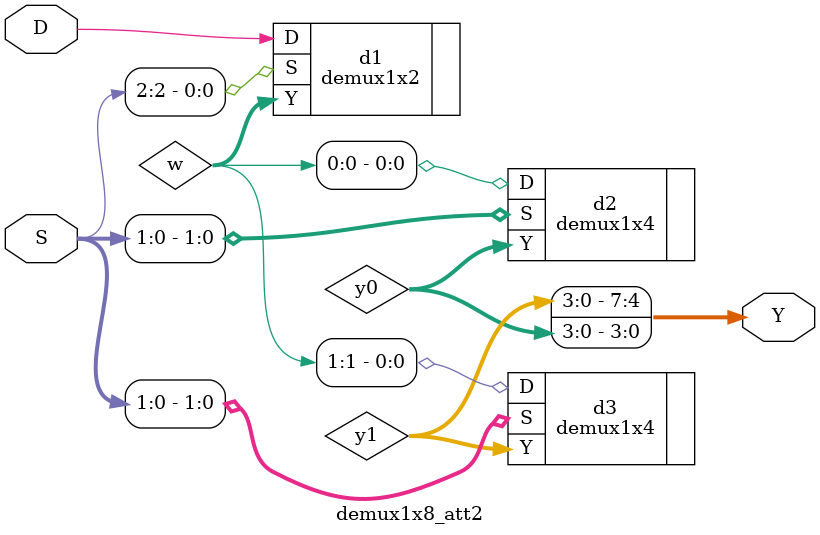
<source format=v>
module demux1x8_att2(
    input D,
    input [2:0] S,
    output [7:0] Y
  );
  wire [1:0] w;
  wire [3:0] y0, y1;

  demux1x2 d1 (.D(D), .S(S[2]), .Y(w));

  demux1x4 d2 (.D(w[0]), .S(S[1:0]), .Y(y0));
  demux1x4 d3 (.D(w[1]), .S(S[1:0]), .Y(y1));

  assign Y = {y1, y0};
endmodule

</source>
